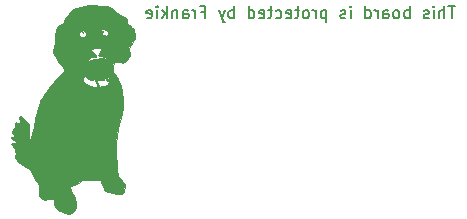
<source format=gbr>
G04 #@! TF.GenerationSoftware,KiCad,Pcbnew,(5.1.5-0-10_14)*
G04 #@! TF.CreationDate,2020-05-25T08:50:42-06:00*
G04 #@! TF.ProjectId,SHO,53484f2e-6b69-4636-9164-5f7063625858,rev?*
G04 #@! TF.SameCoordinates,Original*
G04 #@! TF.FileFunction,Legend,Bot*
G04 #@! TF.FilePolarity,Positive*
%FSLAX46Y46*%
G04 Gerber Fmt 4.6, Leading zero omitted, Abs format (unit mm)*
G04 Created by KiCad (PCBNEW (5.1.5-0-10_14)) date 2020-05-25 08:50:42*
%MOMM*%
%LPD*%
G04 APERTURE LIST*
%ADD10C,0.150000*%
%ADD11C,0.010000*%
G04 APERTURE END LIST*
D10*
X197777047Y-99528380D02*
X197205619Y-99528380D01*
X197491333Y-100528380D02*
X197491333Y-99528380D01*
X196872285Y-100528380D02*
X196872285Y-99528380D01*
X196443714Y-100528380D02*
X196443714Y-100004571D01*
X196491333Y-99909333D01*
X196586571Y-99861714D01*
X196729428Y-99861714D01*
X196824666Y-99909333D01*
X196872285Y-99956952D01*
X195967523Y-100528380D02*
X195967523Y-99861714D01*
X195967523Y-99528380D02*
X196015142Y-99576000D01*
X195967523Y-99623619D01*
X195919904Y-99576000D01*
X195967523Y-99528380D01*
X195967523Y-99623619D01*
X195538952Y-100480761D02*
X195443714Y-100528380D01*
X195253238Y-100528380D01*
X195158000Y-100480761D01*
X195110380Y-100385523D01*
X195110380Y-100337904D01*
X195158000Y-100242666D01*
X195253238Y-100195047D01*
X195396095Y-100195047D01*
X195491333Y-100147428D01*
X195538952Y-100052190D01*
X195538952Y-100004571D01*
X195491333Y-99909333D01*
X195396095Y-99861714D01*
X195253238Y-99861714D01*
X195158000Y-99909333D01*
X193919904Y-100528380D02*
X193919904Y-99528380D01*
X193919904Y-99909333D02*
X193824666Y-99861714D01*
X193634190Y-99861714D01*
X193538952Y-99909333D01*
X193491333Y-99956952D01*
X193443714Y-100052190D01*
X193443714Y-100337904D01*
X193491333Y-100433142D01*
X193538952Y-100480761D01*
X193634190Y-100528380D01*
X193824666Y-100528380D01*
X193919904Y-100480761D01*
X192872285Y-100528380D02*
X192967523Y-100480761D01*
X193015142Y-100433142D01*
X193062761Y-100337904D01*
X193062761Y-100052190D01*
X193015142Y-99956952D01*
X192967523Y-99909333D01*
X192872285Y-99861714D01*
X192729428Y-99861714D01*
X192634190Y-99909333D01*
X192586571Y-99956952D01*
X192538952Y-100052190D01*
X192538952Y-100337904D01*
X192586571Y-100433142D01*
X192634190Y-100480761D01*
X192729428Y-100528380D01*
X192872285Y-100528380D01*
X191681809Y-100528380D02*
X191681809Y-100004571D01*
X191729428Y-99909333D01*
X191824666Y-99861714D01*
X192015142Y-99861714D01*
X192110380Y-99909333D01*
X191681809Y-100480761D02*
X191777047Y-100528380D01*
X192015142Y-100528380D01*
X192110380Y-100480761D01*
X192158000Y-100385523D01*
X192158000Y-100290285D01*
X192110380Y-100195047D01*
X192015142Y-100147428D01*
X191777047Y-100147428D01*
X191681809Y-100099809D01*
X191205619Y-100528380D02*
X191205619Y-99861714D01*
X191205619Y-100052190D02*
X191158000Y-99956952D01*
X191110380Y-99909333D01*
X191015142Y-99861714D01*
X190919904Y-99861714D01*
X190158000Y-100528380D02*
X190158000Y-99528380D01*
X190158000Y-100480761D02*
X190253238Y-100528380D01*
X190443714Y-100528380D01*
X190538952Y-100480761D01*
X190586571Y-100433142D01*
X190634190Y-100337904D01*
X190634190Y-100052190D01*
X190586571Y-99956952D01*
X190538952Y-99909333D01*
X190443714Y-99861714D01*
X190253238Y-99861714D01*
X190158000Y-99909333D01*
X188919904Y-100528380D02*
X188919904Y-99861714D01*
X188919904Y-99528380D02*
X188967523Y-99576000D01*
X188919904Y-99623619D01*
X188872285Y-99576000D01*
X188919904Y-99528380D01*
X188919904Y-99623619D01*
X188491333Y-100480761D02*
X188396095Y-100528380D01*
X188205619Y-100528380D01*
X188110380Y-100480761D01*
X188062761Y-100385523D01*
X188062761Y-100337904D01*
X188110380Y-100242666D01*
X188205619Y-100195047D01*
X188348476Y-100195047D01*
X188443714Y-100147428D01*
X188491333Y-100052190D01*
X188491333Y-100004571D01*
X188443714Y-99909333D01*
X188348476Y-99861714D01*
X188205619Y-99861714D01*
X188110380Y-99909333D01*
X186872285Y-99861714D02*
X186872285Y-100861714D01*
X186872285Y-99909333D02*
X186777047Y-99861714D01*
X186586571Y-99861714D01*
X186491333Y-99909333D01*
X186443714Y-99956952D01*
X186396095Y-100052190D01*
X186396095Y-100337904D01*
X186443714Y-100433142D01*
X186491333Y-100480761D01*
X186586571Y-100528380D01*
X186777047Y-100528380D01*
X186872285Y-100480761D01*
X185967523Y-100528380D02*
X185967523Y-99861714D01*
X185967523Y-100052190D02*
X185919904Y-99956952D01*
X185872285Y-99909333D01*
X185777047Y-99861714D01*
X185681809Y-99861714D01*
X185205619Y-100528380D02*
X185300857Y-100480761D01*
X185348476Y-100433142D01*
X185396095Y-100337904D01*
X185396095Y-100052190D01*
X185348476Y-99956952D01*
X185300857Y-99909333D01*
X185205619Y-99861714D01*
X185062761Y-99861714D01*
X184967523Y-99909333D01*
X184919904Y-99956952D01*
X184872285Y-100052190D01*
X184872285Y-100337904D01*
X184919904Y-100433142D01*
X184967523Y-100480761D01*
X185062761Y-100528380D01*
X185205619Y-100528380D01*
X184586571Y-99861714D02*
X184205619Y-99861714D01*
X184443714Y-99528380D02*
X184443714Y-100385523D01*
X184396095Y-100480761D01*
X184300857Y-100528380D01*
X184205619Y-100528380D01*
X183491333Y-100480761D02*
X183586571Y-100528380D01*
X183777047Y-100528380D01*
X183872285Y-100480761D01*
X183919904Y-100385523D01*
X183919904Y-100004571D01*
X183872285Y-99909333D01*
X183777047Y-99861714D01*
X183586571Y-99861714D01*
X183491333Y-99909333D01*
X183443714Y-100004571D01*
X183443714Y-100099809D01*
X183919904Y-100195047D01*
X182586571Y-100480761D02*
X182681809Y-100528380D01*
X182872285Y-100528380D01*
X182967523Y-100480761D01*
X183015142Y-100433142D01*
X183062761Y-100337904D01*
X183062761Y-100052190D01*
X183015142Y-99956952D01*
X182967523Y-99909333D01*
X182872285Y-99861714D01*
X182681809Y-99861714D01*
X182586571Y-99909333D01*
X182300857Y-99861714D02*
X181919904Y-99861714D01*
X182158000Y-99528380D02*
X182158000Y-100385523D01*
X182110380Y-100480761D01*
X182015142Y-100528380D01*
X181919904Y-100528380D01*
X181205619Y-100480761D02*
X181300857Y-100528380D01*
X181491333Y-100528380D01*
X181586571Y-100480761D01*
X181634190Y-100385523D01*
X181634190Y-100004571D01*
X181586571Y-99909333D01*
X181491333Y-99861714D01*
X181300857Y-99861714D01*
X181205619Y-99909333D01*
X181158000Y-100004571D01*
X181158000Y-100099809D01*
X181634190Y-100195047D01*
X180300857Y-100528380D02*
X180300857Y-99528380D01*
X180300857Y-100480761D02*
X180396095Y-100528380D01*
X180586571Y-100528380D01*
X180681809Y-100480761D01*
X180729428Y-100433142D01*
X180777047Y-100337904D01*
X180777047Y-100052190D01*
X180729428Y-99956952D01*
X180681809Y-99909333D01*
X180586571Y-99861714D01*
X180396095Y-99861714D01*
X180300857Y-99909333D01*
X179062761Y-100528380D02*
X179062761Y-99528380D01*
X179062761Y-99909333D02*
X178967523Y-99861714D01*
X178777047Y-99861714D01*
X178681809Y-99909333D01*
X178634190Y-99956952D01*
X178586571Y-100052190D01*
X178586571Y-100337904D01*
X178634190Y-100433142D01*
X178681809Y-100480761D01*
X178777047Y-100528380D01*
X178967523Y-100528380D01*
X179062761Y-100480761D01*
X178253238Y-99861714D02*
X178015142Y-100528380D01*
X177777047Y-99861714D02*
X178015142Y-100528380D01*
X178110380Y-100766476D01*
X178158000Y-100814095D01*
X178253238Y-100861714D01*
X176300857Y-100004571D02*
X176634190Y-100004571D01*
X176634190Y-100528380D02*
X176634190Y-99528380D01*
X176158000Y-99528380D01*
X175777047Y-100528380D02*
X175777047Y-99861714D01*
X175777047Y-100052190D02*
X175729428Y-99956952D01*
X175681809Y-99909333D01*
X175586571Y-99861714D01*
X175491333Y-99861714D01*
X174729428Y-100528380D02*
X174729428Y-100004571D01*
X174777047Y-99909333D01*
X174872285Y-99861714D01*
X175062761Y-99861714D01*
X175158000Y-99909333D01*
X174729428Y-100480761D02*
X174824666Y-100528380D01*
X175062761Y-100528380D01*
X175158000Y-100480761D01*
X175205619Y-100385523D01*
X175205619Y-100290285D01*
X175158000Y-100195047D01*
X175062761Y-100147428D01*
X174824666Y-100147428D01*
X174729428Y-100099809D01*
X174253238Y-99861714D02*
X174253238Y-100528380D01*
X174253238Y-99956952D02*
X174205619Y-99909333D01*
X174110380Y-99861714D01*
X173967523Y-99861714D01*
X173872285Y-99909333D01*
X173824666Y-100004571D01*
X173824666Y-100528380D01*
X173348476Y-100528380D02*
X173348476Y-99528380D01*
X173253238Y-100147428D02*
X172967523Y-100528380D01*
X172967523Y-99861714D02*
X173348476Y-100242666D01*
X172538952Y-100528380D02*
X172538952Y-99861714D01*
X172538952Y-99528380D02*
X172586571Y-99576000D01*
X172538952Y-99623619D01*
X172491333Y-99576000D01*
X172538952Y-99528380D01*
X172538952Y-99623619D01*
X171681809Y-100480761D02*
X171777047Y-100528380D01*
X171967523Y-100528380D01*
X172062761Y-100480761D01*
X172110380Y-100385523D01*
X172110380Y-100004571D01*
X172062761Y-99909333D01*
X171967523Y-99861714D01*
X171777047Y-99861714D01*
X171681809Y-99909333D01*
X171634190Y-100004571D01*
X171634190Y-100099809D01*
X172110380Y-100195047D01*
D11*
G36*
X166200666Y-101727000D02*
G01*
X166243000Y-101769334D01*
X166285333Y-101727000D01*
X166243000Y-101684667D01*
X166200666Y-101727000D01*
G37*
X166200666Y-101727000D02*
X166243000Y-101769334D01*
X166285333Y-101727000D01*
X166243000Y-101684667D01*
X166200666Y-101727000D01*
G36*
X166771056Y-99405707D02*
G01*
X166471796Y-99463017D01*
X166133090Y-99544059D01*
X165795885Y-99640636D01*
X165692666Y-99674265D01*
X165368680Y-99852208D01*
X165059023Y-100137023D01*
X164820232Y-100471594D01*
X164749550Y-100627039D01*
X164624910Y-100845758D01*
X164460991Y-100993422D01*
X164450325Y-100998614D01*
X164178206Y-101213230D01*
X164002025Y-101559371D01*
X163926756Y-102025732D01*
X163924686Y-102192667D01*
X163899201Y-102651790D01*
X163811936Y-103022037D01*
X163794708Y-103064597D01*
X163711664Y-103278256D01*
X163706158Y-103418453D01*
X163782758Y-103564532D01*
X163827152Y-103628000D01*
X163942644Y-103805637D01*
X163998404Y-103921743D01*
X163999333Y-103929220D01*
X164048599Y-104026533D01*
X164170836Y-104202097D01*
X164327702Y-104406557D01*
X164480855Y-104590557D01*
X164591952Y-104704743D01*
X164612537Y-104718556D01*
X164679136Y-104810337D01*
X164620064Y-104977505D01*
X164431098Y-105226821D01*
X164108014Y-105565047D01*
X164045821Y-105625708D01*
X163773995Y-105904833D01*
X163548907Y-106165778D01*
X163400264Y-106372451D01*
X163358749Y-106460440D01*
X163263674Y-106658387D01*
X163152666Y-106764667D01*
X163017230Y-106905048D01*
X162949126Y-107058767D01*
X162885553Y-107218255D01*
X162825245Y-107272667D01*
X162738741Y-107353868D01*
X162632470Y-107587044D01*
X162510725Y-107956557D01*
X162377800Y-108446767D01*
X162237989Y-109042034D01*
X162095587Y-109726719D01*
X161975933Y-110366096D01*
X161900102Y-110691140D01*
X161823851Y-110856802D01*
X161755815Y-110872789D01*
X161704634Y-110748811D01*
X161678944Y-110494574D01*
X161687382Y-110119789D01*
X161688674Y-110101945D01*
X160436649Y-110101945D01*
X160421082Y-110211759D01*
X160392180Y-110213070D01*
X160371969Y-110099753D01*
X160385496Y-110050792D01*
X160423091Y-110018722D01*
X160436649Y-110101945D01*
X161688674Y-110101945D01*
X161692606Y-110047640D01*
X161737534Y-109478279D01*
X161396728Y-109137473D01*
X161140284Y-108903053D01*
X160974663Y-108807024D01*
X160893975Y-108848777D01*
X160892330Y-109027703D01*
X160902175Y-109086398D01*
X160911457Y-109324887D01*
X160840544Y-109444096D01*
X160705487Y-109424839D01*
X160651291Y-109386255D01*
X160566520Y-109341563D01*
X160532557Y-109420004D01*
X160528000Y-109550957D01*
X160489124Y-109766687D01*
X160401000Y-109866716D01*
X160305993Y-109974259D01*
X160276535Y-110144696D01*
X160317381Y-110295013D01*
X160373899Y-110339855D01*
X160432894Y-110433728D01*
X160416830Y-110521611D01*
X160333176Y-110620852D01*
X160274598Y-110617370D01*
X160196260Y-110625984D01*
X160189333Y-110658741D01*
X160260786Y-110748905D01*
X160433691Y-110837927D01*
X160443233Y-110841319D01*
X160618045Y-110937045D01*
X160630424Y-111025432D01*
X160485943Y-111077998D01*
X160396003Y-111082667D01*
X160239295Y-111112286D01*
X160189333Y-111167334D01*
X160253762Y-111249540D01*
X160274000Y-111252000D01*
X160350283Y-111320058D01*
X160358666Y-111371945D01*
X160401304Y-111498448D01*
X160430171Y-111520111D01*
X160494617Y-111618762D01*
X160541957Y-111811289D01*
X160562809Y-112025281D01*
X160547787Y-112188330D01*
X160522087Y-112229321D01*
X160503197Y-112323657D01*
X160595745Y-112482268D01*
X160770736Y-112674814D01*
X160999174Y-112870953D01*
X161252066Y-113040344D01*
X161343603Y-113088980D01*
X161619650Y-113250328D01*
X161802156Y-113409755D01*
X161848238Y-113487459D01*
X161918130Y-113643944D01*
X162052877Y-113891885D01*
X162224900Y-114180859D01*
X162246384Y-114215334D01*
X162423617Y-114512004D01*
X162524240Y-114741645D01*
X162563376Y-114970131D01*
X162556150Y-115263338D01*
X162537295Y-115482438D01*
X162591262Y-115684730D01*
X162769969Y-115825050D01*
X163034549Y-115885087D01*
X163323583Y-115852832D01*
X163608457Y-115799380D01*
X163760396Y-115833211D01*
X163794907Y-115960133D01*
X163782825Y-116024812D01*
X163781842Y-116336889D01*
X163945469Y-116609706D01*
X164273783Y-116843378D01*
X164358420Y-116885056D01*
X164759075Y-117041610D01*
X165065916Y-117084154D01*
X165310939Y-117012016D01*
X165493449Y-116861167D01*
X165613287Y-116715038D01*
X165669869Y-116572254D01*
X165676121Y-116372548D01*
X165652343Y-116120334D01*
X165604847Y-115825641D01*
X165570217Y-115697000D01*
X163406666Y-115697000D01*
X163364333Y-115739334D01*
X163322000Y-115697000D01*
X163364333Y-115654667D01*
X163406666Y-115697000D01*
X165570217Y-115697000D01*
X165541080Y-115588768D01*
X165490974Y-115485334D01*
X165380244Y-115311417D01*
X165270628Y-115084042D01*
X165197080Y-114880570D01*
X165184666Y-114807415D01*
X165258259Y-114739787D01*
X165443851Y-114659503D01*
X165544500Y-114627778D01*
X165798233Y-114529292D01*
X165993968Y-114407898D01*
X166031333Y-114370882D01*
X166187531Y-114264584D01*
X166457131Y-114210018D01*
X166624000Y-114199617D01*
X167111680Y-114194913D01*
X167475440Y-114218664D01*
X167701430Y-114268945D01*
X167775800Y-114343835D01*
X167772304Y-114359043D01*
X167774028Y-114457690D01*
X167801407Y-114469334D01*
X167867997Y-114541986D01*
X167920493Y-114702167D01*
X168010484Y-114973364D01*
X168170713Y-115150580D01*
X168437896Y-115262819D01*
X168698333Y-115316651D01*
X169109504Y-115379004D01*
X169386801Y-115401187D01*
X169562522Y-115375609D01*
X169668963Y-115294679D01*
X169738422Y-115150807D01*
X169765520Y-115065838D01*
X169820572Y-114829635D01*
X169799948Y-114665347D01*
X169705418Y-114504306D01*
X169563094Y-114295571D01*
X169457028Y-114128498D01*
X169329439Y-113937347D01*
X169267621Y-113857173D01*
X169229083Y-113735459D01*
X169187959Y-113482671D01*
X169147779Y-113136956D01*
X169112076Y-112736465D01*
X169084379Y-112319345D01*
X169068218Y-111923744D01*
X169065696Y-111675334D01*
X169090001Y-111087315D01*
X169149333Y-110475052D01*
X169236159Y-109894450D01*
X169342949Y-109401413D01*
X169396507Y-109220000D01*
X169551978Y-108616762D01*
X169640993Y-107974595D01*
X169658881Y-107353540D01*
X169600973Y-106813640D01*
X169588218Y-106755044D01*
X169446746Y-106254684D01*
X169304863Y-105883827D01*
X168464350Y-105883827D01*
X168453392Y-105967258D01*
X168407810Y-106125227D01*
X168402000Y-106173814D01*
X168327190Y-106228339D01*
X168141699Y-106272484D01*
X168084500Y-106279657D01*
X167867919Y-106304014D01*
X167735664Y-106322055D01*
X167724666Y-106324344D01*
X167665932Y-106263213D01*
X167621600Y-106185216D01*
X167441780Y-106185216D01*
X167429165Y-106299742D01*
X167381769Y-106343948D01*
X167288644Y-106379182D01*
X167163103Y-106366995D01*
X166965961Y-106297387D01*
X166658029Y-106160358D01*
X166652732Y-106157908D01*
X166384255Y-106007495D01*
X166253147Y-105851959D01*
X166230636Y-105653447D01*
X166235986Y-105609613D01*
X166300762Y-105491872D01*
X166414052Y-105422017D01*
X166512740Y-105425709D01*
X166539333Y-105486284D01*
X166602410Y-105584600D01*
X166751593Y-105686874D01*
X166926813Y-105764519D01*
X167067999Y-105788946D01*
X167114158Y-105759858D01*
X167183870Y-105667882D01*
X167273648Y-105740577D01*
X167378250Y-105970781D01*
X167441780Y-106185216D01*
X167621600Y-106185216D01*
X167571292Y-106096708D01*
X167539759Y-106031845D01*
X167397185Y-105727871D01*
X167727448Y-105772169D01*
X167948546Y-105782907D01*
X168039236Y-105743216D01*
X168039355Y-105729650D01*
X168087124Y-105625995D01*
X168126833Y-105604028D01*
X168217485Y-105635878D01*
X168232666Y-105699278D01*
X168300985Y-105815419D01*
X168368725Y-105833334D01*
X168464350Y-105883827D01*
X169304863Y-105883827D01*
X169270766Y-105794705D01*
X169225533Y-105706334D01*
X168571333Y-105706334D01*
X168529000Y-105748667D01*
X168486666Y-105706334D01*
X168529000Y-105664000D01*
X168571333Y-105706334D01*
X169225533Y-105706334D01*
X169143739Y-105546537D01*
X168457563Y-105546537D01*
X168444333Y-105579334D01*
X168368251Y-105660104D01*
X168354670Y-105664000D01*
X168318304Y-105598494D01*
X168317333Y-105579334D01*
X168382421Y-105497920D01*
X168406997Y-105494667D01*
X168457563Y-105546537D01*
X169143739Y-105546537D01*
X169080270Y-105422541D01*
X168949868Y-105240667D01*
X168837398Y-105082149D01*
X168796075Y-104907030D01*
X168811169Y-104645453D01*
X168815981Y-104605667D01*
X168856970Y-104353668D01*
X168911806Y-104233062D01*
X169001663Y-104206063D01*
X169037512Y-104210384D01*
X169388106Y-104267311D01*
X169614419Y-104291772D01*
X169759515Y-104277179D01*
X169866457Y-104216944D01*
X169978308Y-104104479D01*
X170018595Y-104060297D01*
X170104388Y-103926582D01*
X168315612Y-103926582D01*
X168209573Y-103965086D01*
X168100670Y-103970667D01*
X167948276Y-103943025D01*
X167943757Y-103864834D01*
X167969145Y-103801351D01*
X167893965Y-103860686D01*
X167889487Y-103864834D01*
X167727458Y-103940204D01*
X167505787Y-103970667D01*
X167234031Y-104005356D01*
X166954965Y-104088946D01*
X166951220Y-104090512D01*
X166729167Y-104172491D01*
X166647702Y-104165327D01*
X166699091Y-104061566D01*
X166797175Y-103942119D01*
X166954506Y-103798989D01*
X167102243Y-103779935D01*
X167183639Y-103804872D01*
X167334301Y-103834008D01*
X167354684Y-103760531D01*
X167245257Y-103589427D01*
X167153166Y-103481213D01*
X167023162Y-103316987D01*
X166963139Y-103203429D01*
X166962666Y-103197917D01*
X167044342Y-103122837D01*
X167277761Y-103060416D01*
X167597666Y-103019591D01*
X167774361Y-103020761D01*
X167832543Y-103094911D01*
X167828365Y-103208667D01*
X167744103Y-103423302D01*
X167626709Y-103556113D01*
X167532759Y-103636464D01*
X167537276Y-103684367D01*
X167664847Y-103718390D01*
X167882844Y-103749529D01*
X168135044Y-103801339D01*
X168285035Y-103866179D01*
X168315612Y-103926582D01*
X170104388Y-103926582D01*
X170207952Y-103765172D01*
X170263080Y-103463879D01*
X170187444Y-103217813D01*
X170183850Y-103072312D01*
X170296691Y-102821811D01*
X170399533Y-102651748D01*
X170559499Y-102384021D01*
X170636938Y-102184120D01*
X170650503Y-101984087D01*
X170631729Y-101805759D01*
X170608821Y-101700350D01*
X168379110Y-101700350D01*
X168364337Y-101839285D01*
X168307155Y-101975533D01*
X168217076Y-102014744D01*
X168033404Y-101978892D01*
X168001856Y-101970498D01*
X167870720Y-101908515D01*
X167876956Y-101844189D01*
X166527907Y-101844189D01*
X166488932Y-102010150D01*
X166348833Y-102105060D01*
X166135232Y-102161007D01*
X166007928Y-102098524D01*
X165938681Y-101961872D01*
X165924828Y-101801516D01*
X166045087Y-101669507D01*
X166073929Y-101649947D01*
X166230646Y-101565113D01*
X166334953Y-101585349D01*
X166407500Y-101649596D01*
X166527907Y-101844189D01*
X167876956Y-101844189D01*
X167881717Y-101795094D01*
X167904470Y-101749770D01*
X167953405Y-101631802D01*
X167902866Y-101636854D01*
X167902447Y-101637113D01*
X167822735Y-101623905D01*
X167809333Y-101562664D01*
X167873162Y-101456282D01*
X168029480Y-101439217D01*
X168225537Y-101513730D01*
X168269194Y-101542951D01*
X168379110Y-101700350D01*
X170608821Y-101700350D01*
X170572553Y-101533470D01*
X170479958Y-101395314D01*
X170416148Y-101365864D01*
X170301453Y-101282902D01*
X170299554Y-101207873D01*
X170275010Y-101111854D01*
X170177343Y-101092000D01*
X170057542Y-101050104D01*
X169997881Y-100904196D01*
X169986262Y-100623941D01*
X169986518Y-100613588D01*
X169915284Y-100529976D01*
X169742266Y-100466820D01*
X169556364Y-100384454D01*
X169307757Y-100216370D01*
X169054577Y-100002812D01*
X168772878Y-99759714D01*
X168516477Y-99605033D01*
X168230229Y-99518378D01*
X167858989Y-99479358D01*
X167616920Y-99471182D01*
X167346075Y-99455119D01*
X167151752Y-99424149D01*
X167087442Y-99395068D01*
X166989921Y-99380325D01*
X166771056Y-99405707D01*
G37*
X166771056Y-99405707D02*
X166471796Y-99463017D01*
X166133090Y-99544059D01*
X165795885Y-99640636D01*
X165692666Y-99674265D01*
X165368680Y-99852208D01*
X165059023Y-100137023D01*
X164820232Y-100471594D01*
X164749550Y-100627039D01*
X164624910Y-100845758D01*
X164460991Y-100993422D01*
X164450325Y-100998614D01*
X164178206Y-101213230D01*
X164002025Y-101559371D01*
X163926756Y-102025732D01*
X163924686Y-102192667D01*
X163899201Y-102651790D01*
X163811936Y-103022037D01*
X163794708Y-103064597D01*
X163711664Y-103278256D01*
X163706158Y-103418453D01*
X163782758Y-103564532D01*
X163827152Y-103628000D01*
X163942644Y-103805637D01*
X163998404Y-103921743D01*
X163999333Y-103929220D01*
X164048599Y-104026533D01*
X164170836Y-104202097D01*
X164327702Y-104406557D01*
X164480855Y-104590557D01*
X164591952Y-104704743D01*
X164612537Y-104718556D01*
X164679136Y-104810337D01*
X164620064Y-104977505D01*
X164431098Y-105226821D01*
X164108014Y-105565047D01*
X164045821Y-105625708D01*
X163773995Y-105904833D01*
X163548907Y-106165778D01*
X163400264Y-106372451D01*
X163358749Y-106460440D01*
X163263674Y-106658387D01*
X163152666Y-106764667D01*
X163017230Y-106905048D01*
X162949126Y-107058767D01*
X162885553Y-107218255D01*
X162825245Y-107272667D01*
X162738741Y-107353868D01*
X162632470Y-107587044D01*
X162510725Y-107956557D01*
X162377800Y-108446767D01*
X162237989Y-109042034D01*
X162095587Y-109726719D01*
X161975933Y-110366096D01*
X161900102Y-110691140D01*
X161823851Y-110856802D01*
X161755815Y-110872789D01*
X161704634Y-110748811D01*
X161678944Y-110494574D01*
X161687382Y-110119789D01*
X161688674Y-110101945D01*
X160436649Y-110101945D01*
X160421082Y-110211759D01*
X160392180Y-110213070D01*
X160371969Y-110099753D01*
X160385496Y-110050792D01*
X160423091Y-110018722D01*
X160436649Y-110101945D01*
X161688674Y-110101945D01*
X161692606Y-110047640D01*
X161737534Y-109478279D01*
X161396728Y-109137473D01*
X161140284Y-108903053D01*
X160974663Y-108807024D01*
X160893975Y-108848777D01*
X160892330Y-109027703D01*
X160902175Y-109086398D01*
X160911457Y-109324887D01*
X160840544Y-109444096D01*
X160705487Y-109424839D01*
X160651291Y-109386255D01*
X160566520Y-109341563D01*
X160532557Y-109420004D01*
X160528000Y-109550957D01*
X160489124Y-109766687D01*
X160401000Y-109866716D01*
X160305993Y-109974259D01*
X160276535Y-110144696D01*
X160317381Y-110295013D01*
X160373899Y-110339855D01*
X160432894Y-110433728D01*
X160416830Y-110521611D01*
X160333176Y-110620852D01*
X160274598Y-110617370D01*
X160196260Y-110625984D01*
X160189333Y-110658741D01*
X160260786Y-110748905D01*
X160433691Y-110837927D01*
X160443233Y-110841319D01*
X160618045Y-110937045D01*
X160630424Y-111025432D01*
X160485943Y-111077998D01*
X160396003Y-111082667D01*
X160239295Y-111112286D01*
X160189333Y-111167334D01*
X160253762Y-111249540D01*
X160274000Y-111252000D01*
X160350283Y-111320058D01*
X160358666Y-111371945D01*
X160401304Y-111498448D01*
X160430171Y-111520111D01*
X160494617Y-111618762D01*
X160541957Y-111811289D01*
X160562809Y-112025281D01*
X160547787Y-112188330D01*
X160522087Y-112229321D01*
X160503197Y-112323657D01*
X160595745Y-112482268D01*
X160770736Y-112674814D01*
X160999174Y-112870953D01*
X161252066Y-113040344D01*
X161343603Y-113088980D01*
X161619650Y-113250328D01*
X161802156Y-113409755D01*
X161848238Y-113487459D01*
X161918130Y-113643944D01*
X162052877Y-113891885D01*
X162224900Y-114180859D01*
X162246384Y-114215334D01*
X162423617Y-114512004D01*
X162524240Y-114741645D01*
X162563376Y-114970131D01*
X162556150Y-115263338D01*
X162537295Y-115482438D01*
X162591262Y-115684730D01*
X162769969Y-115825050D01*
X163034549Y-115885087D01*
X163323583Y-115852832D01*
X163608457Y-115799380D01*
X163760396Y-115833211D01*
X163794907Y-115960133D01*
X163782825Y-116024812D01*
X163781842Y-116336889D01*
X163945469Y-116609706D01*
X164273783Y-116843378D01*
X164358420Y-116885056D01*
X164759075Y-117041610D01*
X165065916Y-117084154D01*
X165310939Y-117012016D01*
X165493449Y-116861167D01*
X165613287Y-116715038D01*
X165669869Y-116572254D01*
X165676121Y-116372548D01*
X165652343Y-116120334D01*
X165604847Y-115825641D01*
X165570217Y-115697000D01*
X163406666Y-115697000D01*
X163364333Y-115739334D01*
X163322000Y-115697000D01*
X163364333Y-115654667D01*
X163406666Y-115697000D01*
X165570217Y-115697000D01*
X165541080Y-115588768D01*
X165490974Y-115485334D01*
X165380244Y-115311417D01*
X165270628Y-115084042D01*
X165197080Y-114880570D01*
X165184666Y-114807415D01*
X165258259Y-114739787D01*
X165443851Y-114659503D01*
X165544500Y-114627778D01*
X165798233Y-114529292D01*
X165993968Y-114407898D01*
X166031333Y-114370882D01*
X166187531Y-114264584D01*
X166457131Y-114210018D01*
X166624000Y-114199617D01*
X167111680Y-114194913D01*
X167475440Y-114218664D01*
X167701430Y-114268945D01*
X167775800Y-114343835D01*
X167772304Y-114359043D01*
X167774028Y-114457690D01*
X167801407Y-114469334D01*
X167867997Y-114541986D01*
X167920493Y-114702167D01*
X168010484Y-114973364D01*
X168170713Y-115150580D01*
X168437896Y-115262819D01*
X168698333Y-115316651D01*
X169109504Y-115379004D01*
X169386801Y-115401187D01*
X169562522Y-115375609D01*
X169668963Y-115294679D01*
X169738422Y-115150807D01*
X169765520Y-115065838D01*
X169820572Y-114829635D01*
X169799948Y-114665347D01*
X169705418Y-114504306D01*
X169563094Y-114295571D01*
X169457028Y-114128498D01*
X169329439Y-113937347D01*
X169267621Y-113857173D01*
X169229083Y-113735459D01*
X169187959Y-113482671D01*
X169147779Y-113136956D01*
X169112076Y-112736465D01*
X169084379Y-112319345D01*
X169068218Y-111923744D01*
X169065696Y-111675334D01*
X169090001Y-111087315D01*
X169149333Y-110475052D01*
X169236159Y-109894450D01*
X169342949Y-109401413D01*
X169396507Y-109220000D01*
X169551978Y-108616762D01*
X169640993Y-107974595D01*
X169658881Y-107353540D01*
X169600973Y-106813640D01*
X169588218Y-106755044D01*
X169446746Y-106254684D01*
X169304863Y-105883827D01*
X168464350Y-105883827D01*
X168453392Y-105967258D01*
X168407810Y-106125227D01*
X168402000Y-106173814D01*
X168327190Y-106228339D01*
X168141699Y-106272484D01*
X168084500Y-106279657D01*
X167867919Y-106304014D01*
X167735664Y-106322055D01*
X167724666Y-106324344D01*
X167665932Y-106263213D01*
X167621600Y-106185216D01*
X167441780Y-106185216D01*
X167429165Y-106299742D01*
X167381769Y-106343948D01*
X167288644Y-106379182D01*
X167163103Y-106366995D01*
X166965961Y-106297387D01*
X166658029Y-106160358D01*
X166652732Y-106157908D01*
X166384255Y-106007495D01*
X166253147Y-105851959D01*
X166230636Y-105653447D01*
X166235986Y-105609613D01*
X166300762Y-105491872D01*
X166414052Y-105422017D01*
X166512740Y-105425709D01*
X166539333Y-105486284D01*
X166602410Y-105584600D01*
X166751593Y-105686874D01*
X166926813Y-105764519D01*
X167067999Y-105788946D01*
X167114158Y-105759858D01*
X167183870Y-105667882D01*
X167273648Y-105740577D01*
X167378250Y-105970781D01*
X167441780Y-106185216D01*
X167621600Y-106185216D01*
X167571292Y-106096708D01*
X167539759Y-106031845D01*
X167397185Y-105727871D01*
X167727448Y-105772169D01*
X167948546Y-105782907D01*
X168039236Y-105743216D01*
X168039355Y-105729650D01*
X168087124Y-105625995D01*
X168126833Y-105604028D01*
X168217485Y-105635878D01*
X168232666Y-105699278D01*
X168300985Y-105815419D01*
X168368725Y-105833334D01*
X168464350Y-105883827D01*
X169304863Y-105883827D01*
X169270766Y-105794705D01*
X169225533Y-105706334D01*
X168571333Y-105706334D01*
X168529000Y-105748667D01*
X168486666Y-105706334D01*
X168529000Y-105664000D01*
X168571333Y-105706334D01*
X169225533Y-105706334D01*
X169143739Y-105546537D01*
X168457563Y-105546537D01*
X168444333Y-105579334D01*
X168368251Y-105660104D01*
X168354670Y-105664000D01*
X168318304Y-105598494D01*
X168317333Y-105579334D01*
X168382421Y-105497920D01*
X168406997Y-105494667D01*
X168457563Y-105546537D01*
X169143739Y-105546537D01*
X169080270Y-105422541D01*
X168949868Y-105240667D01*
X168837398Y-105082149D01*
X168796075Y-104907030D01*
X168811169Y-104645453D01*
X168815981Y-104605667D01*
X168856970Y-104353668D01*
X168911806Y-104233062D01*
X169001663Y-104206063D01*
X169037512Y-104210384D01*
X169388106Y-104267311D01*
X169614419Y-104291772D01*
X169759515Y-104277179D01*
X169866457Y-104216944D01*
X169978308Y-104104479D01*
X170018595Y-104060297D01*
X170104388Y-103926582D01*
X168315612Y-103926582D01*
X168209573Y-103965086D01*
X168100670Y-103970667D01*
X167948276Y-103943025D01*
X167943757Y-103864834D01*
X167969145Y-103801351D01*
X167893965Y-103860686D01*
X167889487Y-103864834D01*
X167727458Y-103940204D01*
X167505787Y-103970667D01*
X167234031Y-104005356D01*
X166954965Y-104088946D01*
X166951220Y-104090512D01*
X166729167Y-104172491D01*
X166647702Y-104165327D01*
X166699091Y-104061566D01*
X166797175Y-103942119D01*
X166954506Y-103798989D01*
X167102243Y-103779935D01*
X167183639Y-103804872D01*
X167334301Y-103834008D01*
X167354684Y-103760531D01*
X167245257Y-103589427D01*
X167153166Y-103481213D01*
X167023162Y-103316987D01*
X166963139Y-103203429D01*
X166962666Y-103197917D01*
X167044342Y-103122837D01*
X167277761Y-103060416D01*
X167597666Y-103019591D01*
X167774361Y-103020761D01*
X167832543Y-103094911D01*
X167828365Y-103208667D01*
X167744103Y-103423302D01*
X167626709Y-103556113D01*
X167532759Y-103636464D01*
X167537276Y-103684367D01*
X167664847Y-103718390D01*
X167882844Y-103749529D01*
X168135044Y-103801339D01*
X168285035Y-103866179D01*
X168315612Y-103926582D01*
X170104388Y-103926582D01*
X170207952Y-103765172D01*
X170263080Y-103463879D01*
X170187444Y-103217813D01*
X170183850Y-103072312D01*
X170296691Y-102821811D01*
X170399533Y-102651748D01*
X170559499Y-102384021D01*
X170636938Y-102184120D01*
X170650503Y-101984087D01*
X170631729Y-101805759D01*
X170608821Y-101700350D01*
X168379110Y-101700350D01*
X168364337Y-101839285D01*
X168307155Y-101975533D01*
X168217076Y-102014744D01*
X168033404Y-101978892D01*
X168001856Y-101970498D01*
X167870720Y-101908515D01*
X167876956Y-101844189D01*
X166527907Y-101844189D01*
X166488932Y-102010150D01*
X166348833Y-102105060D01*
X166135232Y-102161007D01*
X166007928Y-102098524D01*
X165938681Y-101961872D01*
X165924828Y-101801516D01*
X166045087Y-101669507D01*
X166073929Y-101649947D01*
X166230646Y-101565113D01*
X166334953Y-101585349D01*
X166407500Y-101649596D01*
X166527907Y-101844189D01*
X167876956Y-101844189D01*
X167881717Y-101795094D01*
X167904470Y-101749770D01*
X167953405Y-101631802D01*
X167902866Y-101636854D01*
X167902447Y-101637113D01*
X167822735Y-101623905D01*
X167809333Y-101562664D01*
X167873162Y-101456282D01*
X168029480Y-101439217D01*
X168225537Y-101513730D01*
X168269194Y-101542951D01*
X168379110Y-101700350D01*
X170608821Y-101700350D01*
X170572553Y-101533470D01*
X170479958Y-101395314D01*
X170416148Y-101365864D01*
X170301453Y-101282902D01*
X170299554Y-101207873D01*
X170275010Y-101111854D01*
X170177343Y-101092000D01*
X170057542Y-101050104D01*
X169997881Y-100904196D01*
X169986262Y-100623941D01*
X169986518Y-100613588D01*
X169915284Y-100529976D01*
X169742266Y-100466820D01*
X169556364Y-100384454D01*
X169307757Y-100216370D01*
X169054577Y-100002812D01*
X168772878Y-99759714D01*
X168516477Y-99605033D01*
X168230229Y-99518378D01*
X167858989Y-99479358D01*
X167616920Y-99471182D01*
X167346075Y-99455119D01*
X167151752Y-99424149D01*
X167087442Y-99395068D01*
X166989921Y-99380325D01*
X166771056Y-99405707D01*
M02*

</source>
